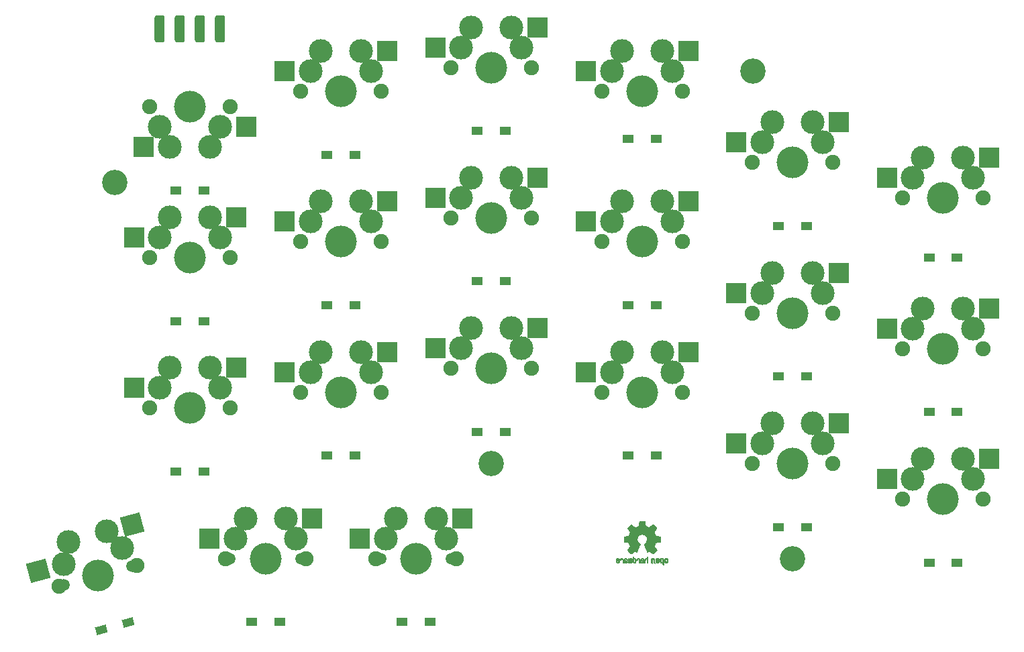
<source format=gbs>
%TF.GenerationSoftware,KiCad,Pcbnew,7.0.2-0*%
%TF.CreationDate,2023-05-11T11:12:18+08:00*%
%TF.ProjectId,Input,496e7075-742e-46b6-9963-61645f706362,1*%
%TF.SameCoordinates,PX7bfa480PY6052340*%
%TF.FileFunction,Soldermask,Bot*%
%TF.FilePolarity,Negative*%
%FSLAX46Y46*%
G04 Gerber Fmt 4.6, Leading zero omitted, Abs format (unit mm)*
G04 Created by KiCad (PCBNEW 7.0.2-0) date 2023-05-11 11:12:18*
%MOMM*%
%LPD*%
G01*
G04 APERTURE LIST*
G04 Aperture macros list*
%AMRoundRect*
0 Rectangle with rounded corners*
0 $1 Rounding radius*
0 $2 $3 $4 $5 $6 $7 $8 $9 X,Y pos of 4 corners*
0 Add a 4 corners polygon primitive as box body*
4,1,4,$2,$3,$4,$5,$6,$7,$8,$9,$2,$3,0*
0 Add four circle primitives for the rounded corners*
1,1,$1+$1,$2,$3*
1,1,$1+$1,$4,$5*
1,1,$1+$1,$6,$7*
1,1,$1+$1,$8,$9*
0 Add four rect primitives between the rounded corners*
20,1,$1+$1,$2,$3,$4,$5,0*
20,1,$1+$1,$4,$5,$6,$7,0*
20,1,$1+$1,$6,$7,$8,$9,0*
20,1,$1+$1,$8,$9,$2,$3,0*%
%AMRotRect*
0 Rectangle, with rotation*
0 The origin of the aperture is its center*
0 $1 length*
0 $2 width*
0 $3 Rotation angle, in degrees counterclockwise*
0 Add horizontal line*
21,1,$1,$2,0,0,$3*%
G04 Aperture macros list end*
%ADD10C,0.010000*%
%ADD11C,1.900000*%
%ADD12C,3.000000*%
%ADD13C,4.000000*%
%ADD14R,2.550000X2.500000*%
%ADD15C,3.200000*%
%ADD16RoundRect,0.317500X0.317500X1.397000X-0.317500X1.397000X-0.317500X-1.397000X0.317500X-1.397000X0*%
%ADD17R,1.400000X1.000000*%
%ADD18C,1.500000*%
%ADD19RotRect,2.550000X2.500000X15.000000*%
%ADD20RotRect,1.400000X1.000000X195.000000*%
G04 APERTURE END LIST*
%TO.C,REF\u002A\u002A*%
D10*
X54482829Y-37951097D02*
X54542753Y-37973355D01*
X54567673Y-37990080D01*
X54592910Y-38014043D01*
X54610912Y-38044526D01*
X54622858Y-38086023D01*
X54629930Y-38143032D01*
X54633308Y-38220047D01*
X54634171Y-38321565D01*
X54634002Y-38374027D01*
X54633153Y-38445715D01*
X54631711Y-38502925D01*
X54629814Y-38540809D01*
X54627597Y-38554514D01*
X54613172Y-38549981D01*
X54584054Y-38537670D01*
X54583181Y-38537272D01*
X54568060Y-38529356D01*
X54557891Y-38518495D01*
X54551691Y-38499471D01*
X54548478Y-38467069D01*
X54547270Y-38416071D01*
X54547086Y-38341261D01*
X54546714Y-38293804D01*
X54542750Y-38204615D01*
X54533673Y-38139287D01*
X54518524Y-38094393D01*
X54496345Y-38066507D01*
X54466175Y-38052203D01*
X54461990Y-38051206D01*
X54405480Y-38050427D01*
X54361410Y-38075744D01*
X54330972Y-38126502D01*
X54325544Y-38141175D01*
X54313171Y-38173649D01*
X54306905Y-38188572D01*
X54294036Y-38186516D01*
X54265933Y-38175357D01*
X54239721Y-38156927D01*
X54227771Y-38122098D01*
X54231336Y-38097151D01*
X54253235Y-38046547D01*
X54288644Y-37999128D01*
X54330052Y-37966334D01*
X54347400Y-37958752D01*
X54413089Y-37946076D01*
X54482829Y-37951097D01*
G36*
X54482829Y-37951097D02*
G01*
X54542753Y-37973355D01*
X54567673Y-37990080D01*
X54592910Y-38014043D01*
X54610912Y-38044526D01*
X54622858Y-38086023D01*
X54629930Y-38143032D01*
X54633308Y-38220047D01*
X54634171Y-38321565D01*
X54634002Y-38374027D01*
X54633153Y-38445715D01*
X54631711Y-38502925D01*
X54629814Y-38540809D01*
X54627597Y-38554514D01*
X54613172Y-38549981D01*
X54584054Y-38537670D01*
X54583181Y-38537272D01*
X54568060Y-38529356D01*
X54557891Y-38518495D01*
X54551691Y-38499471D01*
X54548478Y-38467069D01*
X54547270Y-38416071D01*
X54547086Y-38341261D01*
X54546714Y-38293804D01*
X54542750Y-38204615D01*
X54533673Y-38139287D01*
X54518524Y-38094393D01*
X54496345Y-38066507D01*
X54466175Y-38052203D01*
X54461990Y-38051206D01*
X54405480Y-38050427D01*
X54361410Y-38075744D01*
X54330972Y-38126502D01*
X54325544Y-38141175D01*
X54313171Y-38173649D01*
X54306905Y-38188572D01*
X54294036Y-38186516D01*
X54265933Y-38175357D01*
X54239721Y-38156927D01*
X54227771Y-38122098D01*
X54231336Y-38097151D01*
X54253235Y-38046547D01*
X54288644Y-37999128D01*
X54330052Y-37966334D01*
X54347400Y-37958752D01*
X54413089Y-37946076D01*
X54482829Y-37951097D01*
G37*
X58431020Y-37917822D02*
X58498810Y-37949680D01*
X58554366Y-38004770D01*
X58565881Y-38022016D01*
X58575432Y-38041562D01*
X58582206Y-38066198D01*
X58586819Y-38100711D01*
X58589888Y-38149889D01*
X58592029Y-38218519D01*
X58593859Y-38311389D01*
X58598404Y-38569007D01*
X58560225Y-38554491D01*
X58525268Y-38541156D01*
X58499097Y-38528323D01*
X58482013Y-38511780D01*
X58472086Y-38486465D01*
X58467386Y-38447316D01*
X58465982Y-38389268D01*
X58465943Y-38307261D01*
X58465744Y-38241895D01*
X58464559Y-38179173D01*
X58461729Y-38136334D01*
X58456609Y-38108220D01*
X58448553Y-38089675D01*
X58436914Y-38075543D01*
X58408303Y-38055600D01*
X58360239Y-38048083D01*
X58312688Y-38067079D01*
X58309550Y-38069511D01*
X58299769Y-38080748D01*
X58292553Y-38098770D01*
X58287299Y-38128026D01*
X58283402Y-38172962D01*
X58280256Y-38238028D01*
X58277257Y-38327670D01*
X58270000Y-38567697D01*
X58208314Y-38540044D01*
X58146629Y-38512391D01*
X58146629Y-38293246D01*
X58146884Y-38233711D01*
X58149086Y-38150892D01*
X58154661Y-38089227D01*
X58164941Y-38043748D01*
X58181258Y-38009484D01*
X58204943Y-37981466D01*
X58237328Y-37954723D01*
X58283907Y-37927780D01*
X58357287Y-37910191D01*
X58431020Y-37917822D01*
G36*
X58431020Y-37917822D02*
G01*
X58498810Y-37949680D01*
X58554366Y-38004770D01*
X58565881Y-38022016D01*
X58575432Y-38041562D01*
X58582206Y-38066198D01*
X58586819Y-38100711D01*
X58589888Y-38149889D01*
X58592029Y-38218519D01*
X58593859Y-38311389D01*
X58598404Y-38569007D01*
X58560225Y-38554491D01*
X58525268Y-38541156D01*
X58499097Y-38528323D01*
X58482013Y-38511780D01*
X58472086Y-38486465D01*
X58467386Y-38447316D01*
X58465982Y-38389268D01*
X58465943Y-38307261D01*
X58465744Y-38241895D01*
X58464559Y-38179173D01*
X58461729Y-38136334D01*
X58456609Y-38108220D01*
X58448553Y-38089675D01*
X58436914Y-38075543D01*
X58408303Y-38055600D01*
X58360239Y-38048083D01*
X58312688Y-38067079D01*
X58309550Y-38069511D01*
X58299769Y-38080748D01*
X58292553Y-38098770D01*
X58287299Y-38128026D01*
X58283402Y-38172962D01*
X58280256Y-38238028D01*
X58277257Y-38327670D01*
X58270000Y-38567697D01*
X58208314Y-38540044D01*
X58146629Y-38512391D01*
X58146629Y-38293246D01*
X58146884Y-38233711D01*
X58149086Y-38150892D01*
X58154661Y-38089227D01*
X58164941Y-38043748D01*
X58181258Y-38009484D01*
X58204943Y-37981466D01*
X58237328Y-37954723D01*
X58283907Y-37927780D01*
X58357287Y-37910191D01*
X58431020Y-37917822D01*
G37*
X56607691Y-37966467D02*
X56612273Y-37969003D01*
X56649704Y-37998057D01*
X56683170Y-38035410D01*
X56689007Y-38043852D01*
X56700165Y-38063553D01*
X56708136Y-38086935D01*
X56713618Y-38119067D01*
X56717307Y-38165019D01*
X56719899Y-38229859D01*
X56722092Y-38318657D01*
X56722402Y-38333669D01*
X56723400Y-38430999D01*
X56721994Y-38499934D01*
X56718164Y-38540948D01*
X56711889Y-38554514D01*
X56692898Y-38550452D01*
X56660638Y-38538144D01*
X56653041Y-38534545D01*
X56641176Y-38526398D01*
X56632994Y-38513004D01*
X56627643Y-38489608D01*
X56624269Y-38451455D01*
X56622019Y-38393790D01*
X56620040Y-38311857D01*
X56619498Y-38287907D01*
X56617403Y-38212266D01*
X56614683Y-38159328D01*
X56610515Y-38124075D01*
X56604079Y-38101487D01*
X56594550Y-38086544D01*
X56581106Y-38074227D01*
X56541305Y-38052634D01*
X56492341Y-38048476D01*
X56448529Y-38064999D01*
X56417008Y-38099210D01*
X56404914Y-38148114D01*
X56404578Y-38161407D01*
X56397972Y-38185472D01*
X56378470Y-38189144D01*
X56340283Y-38174813D01*
X56331438Y-38170217D01*
X56307534Y-38143186D01*
X56307061Y-38102994D01*
X56329836Y-38047409D01*
X56350727Y-38017117D01*
X56404142Y-37974084D01*
X56470074Y-37949755D01*
X56540574Y-37946443D01*
X56607691Y-37966467D01*
G36*
X56607691Y-37966467D02*
G01*
X56612273Y-37969003D01*
X56649704Y-37998057D01*
X56683170Y-38035410D01*
X56689007Y-38043852D01*
X56700165Y-38063553D01*
X56708136Y-38086935D01*
X56713618Y-38119067D01*
X56717307Y-38165019D01*
X56719899Y-38229859D01*
X56722092Y-38318657D01*
X56722402Y-38333669D01*
X56723400Y-38430999D01*
X56721994Y-38499934D01*
X56718164Y-38540948D01*
X56711889Y-38554514D01*
X56692898Y-38550452D01*
X56660638Y-38538144D01*
X56653041Y-38534545D01*
X56641176Y-38526398D01*
X56632994Y-38513004D01*
X56627643Y-38489608D01*
X56624269Y-38451455D01*
X56622019Y-38393790D01*
X56620040Y-38311857D01*
X56619498Y-38287907D01*
X56617403Y-38212266D01*
X56614683Y-38159328D01*
X56610515Y-38124075D01*
X56604079Y-38101487D01*
X56594550Y-38086544D01*
X56581106Y-38074227D01*
X56541305Y-38052634D01*
X56492341Y-38048476D01*
X56448529Y-38064999D01*
X56417008Y-38099210D01*
X56404914Y-38148114D01*
X56404578Y-38161407D01*
X56397972Y-38185472D01*
X56378470Y-38189144D01*
X56340283Y-38174813D01*
X56331438Y-38170217D01*
X56307534Y-38143186D01*
X56307061Y-38102994D01*
X56329836Y-38047409D01*
X56350727Y-38017117D01*
X56404142Y-37974084D01*
X56470074Y-37949755D01*
X56540574Y-37946443D01*
X56607691Y-37966467D01*
G37*
X57678543Y-37749444D02*
X57725714Y-37769342D01*
X57725714Y-38166509D01*
X57725519Y-38269498D01*
X57724998Y-38362141D01*
X57724199Y-38440700D01*
X57723172Y-38501439D01*
X57721963Y-38540623D01*
X57720623Y-38554514D01*
X57720099Y-38554468D01*
X57702287Y-38549420D01*
X57669823Y-38538580D01*
X57624114Y-38522646D01*
X57624114Y-38318173D01*
X57623824Y-38237832D01*
X57622474Y-38179562D01*
X57619369Y-38139909D01*
X57613812Y-38113618D01*
X57605107Y-38095436D01*
X57592556Y-38080107D01*
X57583999Y-38071955D01*
X57537728Y-38049375D01*
X57486728Y-38051375D01*
X57439993Y-38078073D01*
X57433189Y-38084698D01*
X57422293Y-38098456D01*
X57414836Y-38116642D01*
X57410169Y-38144177D01*
X57407642Y-38185981D01*
X57406602Y-38246973D01*
X57406400Y-38332073D01*
X57406303Y-38375234D01*
X57405674Y-38446224D01*
X57404556Y-38503076D01*
X57403063Y-38540828D01*
X57401309Y-38554514D01*
X57400785Y-38554468D01*
X57382973Y-38549420D01*
X57350509Y-38538580D01*
X57304800Y-38522646D01*
X57304823Y-38317237D01*
X57304857Y-38298951D01*
X57306778Y-38203626D01*
X57312678Y-38131543D01*
X57324001Y-38077813D01*
X57342187Y-38037549D01*
X57368679Y-38005861D01*
X57404918Y-37977861D01*
X57440263Y-37960333D01*
X57496773Y-37946785D01*
X57552356Y-37946015D01*
X57595086Y-37959195D01*
X57598298Y-37961015D01*
X57608205Y-37960820D01*
X57614975Y-37945572D01*
X57619861Y-37910613D01*
X57624114Y-37851289D01*
X57631371Y-37729547D01*
X57678543Y-37749444D01*
G36*
X57678543Y-37749444D02*
G01*
X57725714Y-37769342D01*
X57725714Y-38166509D01*
X57725519Y-38269498D01*
X57724998Y-38362141D01*
X57724199Y-38440700D01*
X57723172Y-38501439D01*
X57721963Y-38540623D01*
X57720623Y-38554514D01*
X57720099Y-38554468D01*
X57702287Y-38549420D01*
X57669823Y-38538580D01*
X57624114Y-38522646D01*
X57624114Y-38318173D01*
X57623824Y-38237832D01*
X57622474Y-38179562D01*
X57619369Y-38139909D01*
X57613812Y-38113618D01*
X57605107Y-38095436D01*
X57592556Y-38080107D01*
X57583999Y-38071955D01*
X57537728Y-38049375D01*
X57486728Y-38051375D01*
X57439993Y-38078073D01*
X57433189Y-38084698D01*
X57422293Y-38098456D01*
X57414836Y-38116642D01*
X57410169Y-38144177D01*
X57407642Y-38185981D01*
X57406602Y-38246973D01*
X57406400Y-38332073D01*
X57406303Y-38375234D01*
X57405674Y-38446224D01*
X57404556Y-38503076D01*
X57403063Y-38540828D01*
X57401309Y-38554514D01*
X57400785Y-38554468D01*
X57382973Y-38549420D01*
X57350509Y-38538580D01*
X57304800Y-38522646D01*
X57304823Y-38317237D01*
X57304857Y-38298951D01*
X57306778Y-38203626D01*
X57312678Y-38131543D01*
X57324001Y-38077813D01*
X57342187Y-38037549D01*
X57368679Y-38005861D01*
X57404918Y-37977861D01*
X57440263Y-37960333D01*
X57496773Y-37946785D01*
X57552356Y-37946015D01*
X57595086Y-37959195D01*
X57598298Y-37961015D01*
X57608205Y-37960820D01*
X57614975Y-37945572D01*
X57619861Y-37910613D01*
X57624114Y-37851289D01*
X57631371Y-37729547D01*
X57678543Y-37749444D01*
G37*
X55653941Y-37949282D02*
X55685774Y-37961758D01*
X55722743Y-37978602D01*
X55722743Y-38465196D01*
X55676812Y-38511127D01*
X55666320Y-38521427D01*
X55637255Y-38544320D01*
X55607943Y-38551735D01*
X55564326Y-38548321D01*
X55546568Y-38546114D01*
X55500767Y-38541445D01*
X55468743Y-38539585D01*
X55459244Y-38539869D01*
X55420274Y-38542948D01*
X55373160Y-38548321D01*
X55358085Y-38550168D01*
X55320110Y-38550893D01*
X55292325Y-38539429D01*
X55260674Y-38511127D01*
X55214743Y-38465196D01*
X55214743Y-38205055D01*
X55215101Y-38128180D01*
X55216216Y-38054886D01*
X55217952Y-37996850D01*
X55220167Y-37958663D01*
X55222721Y-37944914D01*
X55223256Y-37944951D01*
X55241808Y-37951793D01*
X55273153Y-37966868D01*
X55315608Y-37988822D01*
X55319604Y-38217240D01*
X55323600Y-38445657D01*
X55410686Y-38445657D01*
X55414657Y-38195286D01*
X55415916Y-38127227D01*
X55417718Y-38054482D01*
X55419671Y-37996730D01*
X55421612Y-37958648D01*
X55423377Y-37944914D01*
X55423885Y-37944962D01*
X55441482Y-37950015D01*
X55473834Y-37960849D01*
X55519543Y-37976783D01*
X55519765Y-38196706D01*
X55519988Y-38234909D01*
X55521531Y-38309146D01*
X55524292Y-38371145D01*
X55527977Y-38415308D01*
X55532292Y-38436041D01*
X55547732Y-38447131D01*
X55579241Y-38450556D01*
X55613886Y-38445657D01*
X55617857Y-38195286D01*
X55619278Y-38131663D01*
X55622225Y-38056356D01*
X55626079Y-37997286D01*
X55630542Y-37958718D01*
X55635317Y-37944914D01*
X55653941Y-37949282D01*
G36*
X55653941Y-37949282D02*
G01*
X55685774Y-37961758D01*
X55722743Y-37978602D01*
X55722743Y-38465196D01*
X55676812Y-38511127D01*
X55666320Y-38521427D01*
X55637255Y-38544320D01*
X55607943Y-38551735D01*
X55564326Y-38548321D01*
X55546568Y-38546114D01*
X55500767Y-38541445D01*
X55468743Y-38539585D01*
X55459244Y-38539869D01*
X55420274Y-38542948D01*
X55373160Y-38548321D01*
X55358085Y-38550168D01*
X55320110Y-38550893D01*
X55292325Y-38539429D01*
X55260674Y-38511127D01*
X55214743Y-38465196D01*
X55214743Y-38205055D01*
X55215101Y-38128180D01*
X55216216Y-38054886D01*
X55217952Y-37996850D01*
X55220167Y-37958663D01*
X55222721Y-37944914D01*
X55223256Y-37944951D01*
X55241808Y-37951793D01*
X55273153Y-37966868D01*
X55315608Y-37988822D01*
X55319604Y-38217240D01*
X55323600Y-38445657D01*
X55410686Y-38445657D01*
X55414657Y-38195286D01*
X55415916Y-38127227D01*
X55417718Y-38054482D01*
X55419671Y-37996730D01*
X55421612Y-37958648D01*
X55423377Y-37944914D01*
X55423885Y-37944962D01*
X55441482Y-37950015D01*
X55473834Y-37960849D01*
X55519543Y-37976783D01*
X55519765Y-38196706D01*
X55519988Y-38234909D01*
X55521531Y-38309146D01*
X55524292Y-38371145D01*
X55527977Y-38415308D01*
X55532292Y-38436041D01*
X55547732Y-38447131D01*
X55579241Y-38450556D01*
X55613886Y-38445657D01*
X55617857Y-38195286D01*
X55619278Y-38131663D01*
X55622225Y-38056356D01*
X55626079Y-37997286D01*
X55630542Y-37958718D01*
X55635317Y-37944914D01*
X55653941Y-37949282D01*
G37*
X60265714Y-38235200D02*
X60265701Y-38250935D01*
X60264914Y-38321119D01*
X60262210Y-38370022D01*
X60256606Y-38404178D01*
X60247119Y-38430124D01*
X60232768Y-38454397D01*
X60229237Y-38459433D01*
X60191878Y-38499143D01*
X60149311Y-38529092D01*
X60127452Y-38538810D01*
X60048908Y-38555020D01*
X59971231Y-38544535D01*
X59899645Y-38508707D01*
X59839374Y-38448887D01*
X59834286Y-38440873D01*
X59817730Y-38394342D01*
X59806573Y-38329552D01*
X59801160Y-38254727D01*
X59801768Y-38185513D01*
X59948248Y-38185513D01*
X59949402Y-38281399D01*
X59949866Y-38287569D01*
X59956629Y-38340478D01*
X59968671Y-38374029D01*
X59989005Y-38397016D01*
X60023097Y-38418548D01*
X60056814Y-38419680D01*
X60091543Y-38394857D01*
X60097584Y-38388325D01*
X60109417Y-38368779D01*
X60116404Y-38340386D01*
X60119727Y-38296430D01*
X60120571Y-38230192D01*
X60119125Y-38168150D01*
X60111907Y-38109042D01*
X60097006Y-38071686D01*
X60072636Y-38052152D01*
X60037008Y-38046514D01*
X60023440Y-38047635D01*
X59985430Y-38068194D01*
X59960312Y-38114299D01*
X59948248Y-38185513D01*
X59801768Y-38185513D01*
X59801833Y-38178096D01*
X59808937Y-38107882D01*
X59822815Y-38052312D01*
X59840649Y-38015301D01*
X59890855Y-37957733D01*
X59958885Y-37921962D01*
X60042158Y-37909665D01*
X60064398Y-37910331D01*
X60129891Y-37923947D01*
X60183687Y-37958249D01*
X60233057Y-38017338D01*
X60235995Y-38021722D01*
X60249287Y-38045299D01*
X60257932Y-38071949D01*
X60262904Y-38108159D01*
X60265174Y-38160413D01*
X60265678Y-38230192D01*
X60265714Y-38235200D01*
G36*
X60265714Y-38235200D02*
G01*
X60265701Y-38250935D01*
X60264914Y-38321119D01*
X60262210Y-38370022D01*
X60256606Y-38404178D01*
X60247119Y-38430124D01*
X60232768Y-38454397D01*
X60229237Y-38459433D01*
X60191878Y-38499143D01*
X60149311Y-38529092D01*
X60127452Y-38538810D01*
X60048908Y-38555020D01*
X59971231Y-38544535D01*
X59899645Y-38508707D01*
X59839374Y-38448887D01*
X59834286Y-38440873D01*
X59817730Y-38394342D01*
X59806573Y-38329552D01*
X59801160Y-38254727D01*
X59801768Y-38185513D01*
X59948248Y-38185513D01*
X59949402Y-38281399D01*
X59949866Y-38287569D01*
X59956629Y-38340478D01*
X59968671Y-38374029D01*
X59989005Y-38397016D01*
X60023097Y-38418548D01*
X60056814Y-38419680D01*
X60091543Y-38394857D01*
X60097584Y-38388325D01*
X60109417Y-38368779D01*
X60116404Y-38340386D01*
X60119727Y-38296430D01*
X60120571Y-38230192D01*
X60119125Y-38168150D01*
X60111907Y-38109042D01*
X60097006Y-38071686D01*
X60072636Y-38052152D01*
X60037008Y-38046514D01*
X60023440Y-38047635D01*
X59985430Y-38068194D01*
X59960312Y-38114299D01*
X59948248Y-38185513D01*
X59801768Y-38185513D01*
X59801833Y-38178096D01*
X59808937Y-38107882D01*
X59822815Y-38052312D01*
X59840649Y-38015301D01*
X59890855Y-37957733D01*
X59958885Y-37921962D01*
X60042158Y-37909665D01*
X60064398Y-37910331D01*
X60129891Y-37923947D01*
X60183687Y-37958249D01*
X60233057Y-38017338D01*
X60235995Y-38021722D01*
X60249287Y-38045299D01*
X60257932Y-38071949D01*
X60262904Y-38108159D01*
X60265174Y-38160413D01*
X60265678Y-38230192D01*
X60265714Y-38235200D01*
G37*
X54140590Y-38252622D02*
X54140307Y-38291305D01*
X54136762Y-38367521D01*
X54127483Y-38423294D01*
X54110375Y-38464613D01*
X54083344Y-38497467D01*
X54044292Y-38527846D01*
X54019445Y-38541660D01*
X53979615Y-38550965D01*
X53923665Y-38550230D01*
X53892385Y-38547283D01*
X53854653Y-38538283D01*
X53824494Y-38518720D01*
X53789408Y-38482267D01*
X53784720Y-38476943D01*
X53753177Y-38435969D01*
X53738128Y-38400283D01*
X53734286Y-38357966D01*
X53734286Y-38295779D01*
X53777742Y-38312182D01*
X53809424Y-38331356D01*
X53836962Y-38376347D01*
X53842711Y-38390752D01*
X53874855Y-38431546D01*
X53918611Y-38452081D01*
X53966254Y-38450235D01*
X54010057Y-38423886D01*
X54025111Y-38407455D01*
X54038763Y-38382667D01*
X54034493Y-38360144D01*
X54009916Y-38336964D01*
X53962651Y-38310202D01*
X53890314Y-38276934D01*
X53741543Y-38211816D01*
X53737595Y-38147308D01*
X53739079Y-38106220D01*
X53836010Y-38106220D01*
X53843368Y-38131657D01*
X53876848Y-38158814D01*
X53937614Y-38189714D01*
X53947669Y-38194190D01*
X53995751Y-38215017D01*
X54031726Y-38229665D01*
X54048444Y-38235200D01*
X54050977Y-38231126D01*
X54051993Y-38206247D01*
X54048369Y-38166257D01*
X54039242Y-38127152D01*
X54010773Y-38077884D01*
X53969678Y-38050122D01*
X53920590Y-38046364D01*
X53868144Y-38069109D01*
X53853609Y-38080481D01*
X53836010Y-38106220D01*
X53739079Y-38106220D01*
X53739338Y-38099064D01*
X53761281Y-38038096D01*
X53788979Y-38004497D01*
X53846405Y-37966966D01*
X53914527Y-37948006D01*
X53984947Y-37949507D01*
X54049267Y-37973355D01*
X54063426Y-37982513D01*
X54095904Y-38010849D01*
X54118116Y-38046695D01*
X54131804Y-38095384D01*
X54138715Y-38162249D01*
X54139628Y-38206247D01*
X54140590Y-38252622D01*
G36*
X54140590Y-38252622D02*
G01*
X54140307Y-38291305D01*
X54136762Y-38367521D01*
X54127483Y-38423294D01*
X54110375Y-38464613D01*
X54083344Y-38497467D01*
X54044292Y-38527846D01*
X54019445Y-38541660D01*
X53979615Y-38550965D01*
X53923665Y-38550230D01*
X53892385Y-38547283D01*
X53854653Y-38538283D01*
X53824494Y-38518720D01*
X53789408Y-38482267D01*
X53784720Y-38476943D01*
X53753177Y-38435969D01*
X53738128Y-38400283D01*
X53734286Y-38357966D01*
X53734286Y-38295779D01*
X53777742Y-38312182D01*
X53809424Y-38331356D01*
X53836962Y-38376347D01*
X53842711Y-38390752D01*
X53874855Y-38431546D01*
X53918611Y-38452081D01*
X53966254Y-38450235D01*
X54010057Y-38423886D01*
X54025111Y-38407455D01*
X54038763Y-38382667D01*
X54034493Y-38360144D01*
X54009916Y-38336964D01*
X53962651Y-38310202D01*
X53890314Y-38276934D01*
X53741543Y-38211816D01*
X53737595Y-38147308D01*
X53739079Y-38106220D01*
X53836010Y-38106220D01*
X53843368Y-38131657D01*
X53876848Y-38158814D01*
X53937614Y-38189714D01*
X53947669Y-38194190D01*
X53995751Y-38215017D01*
X54031726Y-38229665D01*
X54048444Y-38235200D01*
X54050977Y-38231126D01*
X54051993Y-38206247D01*
X54048369Y-38166257D01*
X54039242Y-38127152D01*
X54010773Y-38077884D01*
X53969678Y-38050122D01*
X53920590Y-38046364D01*
X53868144Y-38069109D01*
X53853609Y-38080481D01*
X53836010Y-38106220D01*
X53739079Y-38106220D01*
X53739338Y-38099064D01*
X53761281Y-38038096D01*
X53788979Y-38004497D01*
X53846405Y-37966966D01*
X53914527Y-37948006D01*
X53984947Y-37949507D01*
X54049267Y-37973355D01*
X54063426Y-37982513D01*
X54095904Y-38010849D01*
X54118116Y-38046695D01*
X54131804Y-38095384D01*
X54138715Y-38162249D01*
X54139628Y-38206247D01*
X54140590Y-38252622D01*
G37*
X56230698Y-38249714D02*
X56229537Y-38306313D01*
X56221345Y-38383462D01*
X56203519Y-38441276D01*
X56173975Y-38485422D01*
X56130625Y-38521568D01*
X56089332Y-38542463D01*
X56019987Y-38554090D01*
X55950736Y-38541377D01*
X55888145Y-38505945D01*
X55838779Y-38449418D01*
X55832818Y-38438995D01*
X55824945Y-38420733D01*
X55819106Y-38397429D01*
X55814999Y-38365085D01*
X55812325Y-38319704D01*
X55810781Y-38257287D01*
X55810734Y-38251748D01*
X55911429Y-38251748D01*
X55911772Y-38304577D01*
X55913942Y-38352362D01*
X55919307Y-38383209D01*
X55929217Y-38403935D01*
X55945021Y-38421356D01*
X55948724Y-38424705D01*
X55996299Y-38449419D01*
X56046635Y-38446890D01*
X56093517Y-38417288D01*
X56107477Y-38401953D01*
X56119160Y-38381622D01*
X56125686Y-38353514D01*
X56128524Y-38310550D01*
X56129143Y-38245647D01*
X56128837Y-38196122D01*
X56126722Y-38147782D01*
X56121390Y-38116587D01*
X56111460Y-38095647D01*
X56095550Y-38078073D01*
X56086204Y-38070159D01*
X56037776Y-38048843D01*
X55987040Y-38052198D01*
X55942987Y-38080107D01*
X55933504Y-38091173D01*
X55921939Y-38112009D01*
X55915252Y-38141106D01*
X55912173Y-38185381D01*
X55911429Y-38251748D01*
X55810734Y-38251748D01*
X55810067Y-38173837D01*
X55809883Y-38065358D01*
X55809829Y-37728601D01*
X55857000Y-37748362D01*
X55869472Y-37753770D01*
X55889324Y-37765985D01*
X55900687Y-37784482D01*
X55906933Y-37816829D01*
X55911429Y-37870593D01*
X55915535Y-37918866D01*
X55920963Y-37950557D01*
X55928739Y-37962383D01*
X55940457Y-37959212D01*
X55970318Y-37948067D01*
X56023684Y-37945304D01*
X56081093Y-37955625D01*
X56130625Y-37977861D01*
X56157876Y-37998443D01*
X56192865Y-38038600D01*
X56215274Y-38090086D01*
X56227190Y-38158568D01*
X56230542Y-38245647D01*
X56230698Y-38249714D01*
G36*
X56230698Y-38249714D02*
G01*
X56229537Y-38306313D01*
X56221345Y-38383462D01*
X56203519Y-38441276D01*
X56173975Y-38485422D01*
X56130625Y-38521568D01*
X56089332Y-38542463D01*
X56019987Y-38554090D01*
X55950736Y-38541377D01*
X55888145Y-38505945D01*
X55838779Y-38449418D01*
X55832818Y-38438995D01*
X55824945Y-38420733D01*
X55819106Y-38397429D01*
X55814999Y-38365085D01*
X55812325Y-38319704D01*
X55810781Y-38257287D01*
X55810734Y-38251748D01*
X55911429Y-38251748D01*
X55911772Y-38304577D01*
X55913942Y-38352362D01*
X55919307Y-38383209D01*
X55929217Y-38403935D01*
X55945021Y-38421356D01*
X55948724Y-38424705D01*
X55996299Y-38449419D01*
X56046635Y-38446890D01*
X56093517Y-38417288D01*
X56107477Y-38401953D01*
X56119160Y-38381622D01*
X56125686Y-38353514D01*
X56128524Y-38310550D01*
X56129143Y-38245647D01*
X56128837Y-38196122D01*
X56126722Y-38147782D01*
X56121390Y-38116587D01*
X56111460Y-38095647D01*
X56095550Y-38078073D01*
X56086204Y-38070159D01*
X56037776Y-38048843D01*
X55987040Y-38052198D01*
X55942987Y-38080107D01*
X55933504Y-38091173D01*
X55921939Y-38112009D01*
X55915252Y-38141106D01*
X55912173Y-38185381D01*
X55911429Y-38251748D01*
X55810734Y-38251748D01*
X55810067Y-38173837D01*
X55809883Y-38065358D01*
X55809829Y-37728601D01*
X55857000Y-37748362D01*
X55869472Y-37753770D01*
X55889324Y-37765985D01*
X55900687Y-37784482D01*
X55906933Y-37816829D01*
X55911429Y-37870593D01*
X55915535Y-37918866D01*
X55920963Y-37950557D01*
X55928739Y-37962383D01*
X55940457Y-37959212D01*
X55970318Y-37948067D01*
X56023684Y-37945304D01*
X56081093Y-37955625D01*
X56130625Y-37977861D01*
X56157876Y-37998443D01*
X56192865Y-38038600D01*
X56215274Y-38090086D01*
X56227190Y-38158568D01*
X56230542Y-38245647D01*
X56230698Y-38249714D01*
G37*
X59162299Y-38194055D02*
X59157684Y-38304078D01*
X59155078Y-38327387D01*
X59135660Y-38410352D01*
X59100573Y-38473448D01*
X59047212Y-38521808D01*
X59044196Y-38523804D01*
X58976362Y-38552185D01*
X58905535Y-38554711D01*
X58837289Y-38533097D01*
X58777196Y-38489062D01*
X58730829Y-38424322D01*
X58730050Y-38422761D01*
X58714643Y-38382558D01*
X58703357Y-38336866D01*
X58697370Y-38293972D01*
X58697861Y-38262160D01*
X58706007Y-38249714D01*
X58713244Y-38250471D01*
X58747851Y-38264235D01*
X58787078Y-38289546D01*
X58820448Y-38318845D01*
X58837483Y-38344572D01*
X58855192Y-38379471D01*
X58891485Y-38411212D01*
X58933630Y-38423886D01*
X58949077Y-38420221D01*
X58979569Y-38401774D01*
X59006128Y-38376166D01*
X59017486Y-38352934D01*
X59017482Y-38352848D01*
X59004596Y-38342179D01*
X58970241Y-38322933D01*
X58919593Y-38297813D01*
X58857829Y-38269524D01*
X58857489Y-38269374D01*
X58790388Y-38239498D01*
X58745411Y-38217973D01*
X58718145Y-38201437D01*
X58704178Y-38186531D01*
X58699097Y-38169893D01*
X58698490Y-38148162D01*
X58702712Y-38107013D01*
X58846000Y-38107013D01*
X58860791Y-38119949D01*
X58897644Y-38139333D01*
X58898725Y-38139881D01*
X58942205Y-38160587D01*
X58981102Y-38177105D01*
X59005778Y-38184093D01*
X59015676Y-38174753D01*
X59017486Y-38142748D01*
X59009966Y-38102915D01*
X58983897Y-38066717D01*
X58946154Y-38047950D01*
X58904077Y-38049845D01*
X58865005Y-38075632D01*
X58849647Y-38093451D01*
X58846000Y-38107013D01*
X58702712Y-38107013D01*
X58703833Y-38096086D01*
X58730251Y-38025335D01*
X58774473Y-37969735D01*
X58831697Y-37931239D01*
X58897120Y-37911797D01*
X58965937Y-37913359D01*
X59033347Y-37937878D01*
X59094544Y-37987302D01*
X59128450Y-38036212D01*
X59152806Y-38106027D01*
X59156767Y-38142748D01*
X59162299Y-38194055D01*
G36*
X59162299Y-38194055D02*
G01*
X59157684Y-38304078D01*
X59155078Y-38327387D01*
X59135660Y-38410352D01*
X59100573Y-38473448D01*
X59047212Y-38521808D01*
X59044196Y-38523804D01*
X58976362Y-38552185D01*
X58905535Y-38554711D01*
X58837289Y-38533097D01*
X58777196Y-38489062D01*
X58730829Y-38424322D01*
X58730050Y-38422761D01*
X58714643Y-38382558D01*
X58703357Y-38336866D01*
X58697370Y-38293972D01*
X58697861Y-38262160D01*
X58706007Y-38249714D01*
X58713244Y-38250471D01*
X58747851Y-38264235D01*
X58787078Y-38289546D01*
X58820448Y-38318845D01*
X58837483Y-38344572D01*
X58855192Y-38379471D01*
X58891485Y-38411212D01*
X58933630Y-38423886D01*
X58949077Y-38420221D01*
X58979569Y-38401774D01*
X59006128Y-38376166D01*
X59017486Y-38352934D01*
X59017482Y-38352848D01*
X59004596Y-38342179D01*
X58970241Y-38322933D01*
X58919593Y-38297813D01*
X58857829Y-38269524D01*
X58857489Y-38269374D01*
X58790388Y-38239498D01*
X58745411Y-38217973D01*
X58718145Y-38201437D01*
X58704178Y-38186531D01*
X58699097Y-38169893D01*
X58698490Y-38148162D01*
X58702712Y-38107013D01*
X58846000Y-38107013D01*
X58860791Y-38119949D01*
X58897644Y-38139333D01*
X58898725Y-38139881D01*
X58942205Y-38160587D01*
X58981102Y-38177105D01*
X59005778Y-38184093D01*
X59015676Y-38174753D01*
X59017486Y-38142748D01*
X59009966Y-38102915D01*
X58983897Y-38066717D01*
X58946154Y-38047950D01*
X58904077Y-38049845D01*
X58865005Y-38075632D01*
X58849647Y-38093451D01*
X58846000Y-38107013D01*
X58702712Y-38107013D01*
X58703833Y-38096086D01*
X58730251Y-38025335D01*
X58774473Y-37969735D01*
X58831697Y-37931239D01*
X58897120Y-37911797D01*
X58965937Y-37913359D01*
X59033347Y-37937878D01*
X59094544Y-37987302D01*
X59128450Y-38036212D01*
X59152806Y-38106027D01*
X59156767Y-38142748D01*
X59162299Y-38194055D01*
G37*
X57089483Y-37960569D02*
X57139376Y-37989661D01*
X57161325Y-38012327D01*
X57203504Y-38080082D01*
X57217714Y-38153950D01*
X57217714Y-38204770D01*
X57170999Y-38185128D01*
X57138692Y-38165308D01*
X57113231Y-38124160D01*
X57110616Y-38115675D01*
X57082478Y-38072451D01*
X57040067Y-38049103D01*
X56991370Y-38048100D01*
X56944373Y-38071914D01*
X56937357Y-38078056D01*
X56913893Y-38104745D01*
X56910019Y-38128014D01*
X56927768Y-38150862D01*
X56969179Y-38176287D01*
X57036286Y-38207288D01*
X57040824Y-38209252D01*
X57115322Y-38243990D01*
X57166203Y-38274763D01*
X57197525Y-38305488D01*
X57213343Y-38340082D01*
X57217714Y-38382462D01*
X57211986Y-38429446D01*
X57183062Y-38489585D01*
X57132178Y-38532788D01*
X57095374Y-38545759D01*
X57043434Y-38552856D01*
X56992999Y-38551340D01*
X56956983Y-38540632D01*
X56953158Y-38537966D01*
X56942998Y-38519337D01*
X56950048Y-38486505D01*
X56962297Y-38460735D01*
X56981939Y-38450006D01*
X57019191Y-38450539D01*
X57070908Y-38447462D01*
X57104701Y-38426212D01*
X57116114Y-38386877D01*
X57116104Y-38385747D01*
X57109187Y-38362913D01*
X57085659Y-38341963D01*
X57039914Y-38317815D01*
X56977704Y-38288741D01*
X56936499Y-38272925D01*
X56912712Y-38273944D01*
X56901597Y-38294837D01*
X56898408Y-38338641D01*
X56898400Y-38408393D01*
X56898044Y-38451452D01*
X56896413Y-38504626D01*
X56893761Y-38541022D01*
X56890422Y-38554514D01*
X56889530Y-38554423D01*
X56870237Y-38547110D01*
X56838284Y-38531678D01*
X56794124Y-38508842D01*
X56799371Y-38303078D01*
X56799736Y-38289432D01*
X56803904Y-38193651D01*
X56811268Y-38121462D01*
X56823330Y-38068058D01*
X56841593Y-38028633D01*
X56867560Y-37998380D01*
X56902733Y-37972493D01*
X56903384Y-37972087D01*
X56960256Y-37950968D01*
X57026033Y-37947400D01*
X57089483Y-37960569D01*
G36*
X57089483Y-37960569D02*
G01*
X57139376Y-37989661D01*
X57161325Y-38012327D01*
X57203504Y-38080082D01*
X57217714Y-38153950D01*
X57217714Y-38204770D01*
X57170999Y-38185128D01*
X57138692Y-38165308D01*
X57113231Y-38124160D01*
X57110616Y-38115675D01*
X57082478Y-38072451D01*
X57040067Y-38049103D01*
X56991370Y-38048100D01*
X56944373Y-38071914D01*
X56937357Y-38078056D01*
X56913893Y-38104745D01*
X56910019Y-38128014D01*
X56927768Y-38150862D01*
X56969179Y-38176287D01*
X57036286Y-38207288D01*
X57040824Y-38209252D01*
X57115322Y-38243990D01*
X57166203Y-38274763D01*
X57197525Y-38305488D01*
X57213343Y-38340082D01*
X57217714Y-38382462D01*
X57211986Y-38429446D01*
X57183062Y-38489585D01*
X57132178Y-38532788D01*
X57095374Y-38545759D01*
X57043434Y-38552856D01*
X56992999Y-38551340D01*
X56956983Y-38540632D01*
X56953158Y-38537966D01*
X56942998Y-38519337D01*
X56950048Y-38486505D01*
X56962297Y-38460735D01*
X56981939Y-38450006D01*
X57019191Y-38450539D01*
X57070908Y-38447462D01*
X57104701Y-38426212D01*
X57116114Y-38386877D01*
X57116104Y-38385747D01*
X57109187Y-38362913D01*
X57085659Y-38341963D01*
X57039914Y-38317815D01*
X56977704Y-38288741D01*
X56936499Y-38272925D01*
X56912712Y-38273944D01*
X56901597Y-38294837D01*
X56898408Y-38338641D01*
X56898400Y-38408393D01*
X56898044Y-38451452D01*
X56896413Y-38504626D01*
X56893761Y-38541022D01*
X56890422Y-38554514D01*
X56889530Y-38554423D01*
X56870237Y-38547110D01*
X56838284Y-38531678D01*
X56794124Y-38508842D01*
X56799371Y-38303078D01*
X56799736Y-38289432D01*
X56803904Y-38193651D01*
X56811268Y-38121462D01*
X56823330Y-38068058D01*
X56841593Y-38028633D01*
X56867560Y-37998380D01*
X56902733Y-37972493D01*
X56903384Y-37972087D01*
X56960256Y-37950968D01*
X57026033Y-37947400D01*
X57089483Y-37960569D01*
G37*
X59709815Y-38301524D02*
X59711252Y-38413000D01*
X59711651Y-38445339D01*
X59712929Y-38553455D01*
X59713185Y-38636186D01*
X59711634Y-38696426D01*
X59707490Y-38737073D01*
X59699964Y-38761023D01*
X59688271Y-38771171D01*
X59671624Y-38770414D01*
X59649236Y-38761648D01*
X59620321Y-38747769D01*
X59614142Y-38744808D01*
X59588413Y-38730311D01*
X59574976Y-38713065D01*
X59569834Y-38684308D01*
X59568990Y-38635283D01*
X59568952Y-38547257D01*
X59478276Y-38547257D01*
X59422498Y-38544815D01*
X59378640Y-38534908D01*
X59342218Y-38514886D01*
X59339503Y-38512929D01*
X59302546Y-38479869D01*
X59276826Y-38439931D01*
X59260606Y-38387657D01*
X59252148Y-38317588D01*
X59250083Y-38238430D01*
X59394857Y-38238430D01*
X59394882Y-38251697D01*
X59396261Y-38311584D01*
X59400687Y-38350732D01*
X59409461Y-38376153D01*
X59423886Y-38394857D01*
X59424784Y-38395750D01*
X59460237Y-38419952D01*
X59494596Y-38417567D01*
X59533403Y-38388260D01*
X59542895Y-38378244D01*
X59556876Y-38357708D01*
X59564760Y-38330997D01*
X59568245Y-38290499D01*
X59569029Y-38228603D01*
X59568350Y-38191130D01*
X59560983Y-38122980D01*
X59544168Y-38078330D01*
X59516234Y-38053926D01*
X59475509Y-38046514D01*
X59458350Y-38048094D01*
X59428660Y-38063766D01*
X59409031Y-38098691D01*
X59398188Y-38155901D01*
X59394857Y-38238430D01*
X59250083Y-38238430D01*
X59249714Y-38224267D01*
X59250253Y-38156169D01*
X59252707Y-38104587D01*
X59258158Y-38068816D01*
X59267686Y-38042015D01*
X59282371Y-38017338D01*
X59295852Y-37998480D01*
X59344799Y-37947568D01*
X59400256Y-37919918D01*
X59469928Y-37911165D01*
X59549664Y-37919890D01*
X59618595Y-37951185D01*
X59673113Y-38006381D01*
X59677223Y-38012224D01*
X59686808Y-38027753D01*
X59694151Y-38045498D01*
X59699612Y-38069290D01*
X59703550Y-38102958D01*
X59706323Y-38150333D01*
X59708292Y-38215245D01*
X59708528Y-38228603D01*
X59709815Y-38301524D01*
G36*
X59709815Y-38301524D02*
G01*
X59711252Y-38413000D01*
X59711651Y-38445339D01*
X59712929Y-38553455D01*
X59713185Y-38636186D01*
X59711634Y-38696426D01*
X59707490Y-38737073D01*
X59699964Y-38761023D01*
X59688271Y-38771171D01*
X59671624Y-38770414D01*
X59649236Y-38761648D01*
X59620321Y-38747769D01*
X59614142Y-38744808D01*
X59588413Y-38730311D01*
X59574976Y-38713065D01*
X59569834Y-38684308D01*
X59568990Y-38635283D01*
X59568952Y-38547257D01*
X59478276Y-38547257D01*
X59422498Y-38544815D01*
X59378640Y-38534908D01*
X59342218Y-38514886D01*
X59339503Y-38512929D01*
X59302546Y-38479869D01*
X59276826Y-38439931D01*
X59260606Y-38387657D01*
X59252148Y-38317588D01*
X59250083Y-38238430D01*
X59394857Y-38238430D01*
X59394882Y-38251697D01*
X59396261Y-38311584D01*
X59400687Y-38350732D01*
X59409461Y-38376153D01*
X59423886Y-38394857D01*
X59424784Y-38395750D01*
X59460237Y-38419952D01*
X59494596Y-38417567D01*
X59533403Y-38388260D01*
X59542895Y-38378244D01*
X59556876Y-38357708D01*
X59564760Y-38330997D01*
X59568245Y-38290499D01*
X59569029Y-38228603D01*
X59568350Y-38191130D01*
X59560983Y-38122980D01*
X59544168Y-38078330D01*
X59516234Y-38053926D01*
X59475509Y-38046514D01*
X59458350Y-38048094D01*
X59428660Y-38063766D01*
X59409031Y-38098691D01*
X59398188Y-38155901D01*
X59394857Y-38238430D01*
X59250083Y-38238430D01*
X59249714Y-38224267D01*
X59250253Y-38156169D01*
X59252707Y-38104587D01*
X59258158Y-38068816D01*
X59267686Y-38042015D01*
X59282371Y-38017338D01*
X59295852Y-37998480D01*
X59344799Y-37947568D01*
X59400256Y-37919918D01*
X59469928Y-37911165D01*
X59549664Y-37919890D01*
X59618595Y-37951185D01*
X59673113Y-38006381D01*
X59677223Y-38012224D01*
X59686808Y-38027753D01*
X59694151Y-38045498D01*
X59699612Y-38069290D01*
X59703550Y-38102958D01*
X59706323Y-38150333D01*
X59708292Y-38215245D01*
X59708528Y-38228603D01*
X59709815Y-38301524D01*
G37*
X54967495Y-37946220D02*
X54998599Y-37954121D01*
X55027559Y-37973817D01*
X55064831Y-38010484D01*
X55088801Y-38036378D01*
X55113770Y-38069997D01*
X55125031Y-38101506D01*
X55127657Y-38141485D01*
X55127657Y-38206917D01*
X55083035Y-38183842D01*
X55047673Y-38155724D01*
X55023451Y-38117848D01*
X55019291Y-38107551D01*
X54987594Y-38067637D01*
X54943554Y-38047624D01*
X54895531Y-38049572D01*
X54851886Y-38075543D01*
X54833420Y-38096635D01*
X54822663Y-38123619D01*
X54834178Y-38147634D01*
X54869981Y-38171791D01*
X54932090Y-38199199D01*
X54941515Y-38202985D01*
X54998058Y-38227759D01*
X55046580Y-38252189D01*
X55077451Y-38271486D01*
X55108371Y-38305953D01*
X55128927Y-38360957D01*
X55126744Y-38419983D01*
X55102424Y-38475845D01*
X55056568Y-38521355D01*
X55019438Y-38540727D01*
X54947711Y-38554292D01*
X54907852Y-38552462D01*
X54870953Y-38542568D01*
X54856797Y-38521806D01*
X54862091Y-38487613D01*
X54863631Y-38483092D01*
X54875842Y-38459116D01*
X54896174Y-38450042D01*
X54934908Y-38450649D01*
X54962257Y-38451474D01*
X54994257Y-38444392D01*
X55016182Y-38423219D01*
X55028670Y-38397152D01*
X55030062Y-38369845D01*
X55029998Y-38369685D01*
X55013807Y-38354930D01*
X54979155Y-38333457D01*
X54934321Y-38309458D01*
X54887582Y-38287125D01*
X54847217Y-38270652D01*
X54821504Y-38264229D01*
X54817679Y-38270518D01*
X54812864Y-38300115D01*
X54809566Y-38348447D01*
X54808343Y-38409372D01*
X54808058Y-38451542D01*
X54806718Y-38504653D01*
X54804528Y-38541025D01*
X54801769Y-38554514D01*
X54787344Y-38549981D01*
X54758226Y-38537670D01*
X54721257Y-38520826D01*
X54721257Y-38304721D01*
X54721493Y-38249327D01*
X54723729Y-38165207D01*
X54729423Y-38102800D01*
X54739903Y-38057358D01*
X54756497Y-38024133D01*
X54780531Y-37998378D01*
X54813333Y-37975344D01*
X54855124Y-37956335D01*
X54932287Y-37944914D01*
X54967495Y-37946220D01*
G36*
X54967495Y-37946220D02*
G01*
X54998599Y-37954121D01*
X55027559Y-37973817D01*
X55064831Y-38010484D01*
X55088801Y-38036378D01*
X55113770Y-38069997D01*
X55125031Y-38101506D01*
X55127657Y-38141485D01*
X55127657Y-38206917D01*
X55083035Y-38183842D01*
X55047673Y-38155724D01*
X55023451Y-38117848D01*
X55019291Y-38107551D01*
X54987594Y-38067637D01*
X54943554Y-38047624D01*
X54895531Y-38049572D01*
X54851886Y-38075543D01*
X54833420Y-38096635D01*
X54822663Y-38123619D01*
X54834178Y-38147634D01*
X54869981Y-38171791D01*
X54932090Y-38199199D01*
X54941515Y-38202985D01*
X54998058Y-38227759D01*
X55046580Y-38252189D01*
X55077451Y-38271486D01*
X55108371Y-38305953D01*
X55128927Y-38360957D01*
X55126744Y-38419983D01*
X55102424Y-38475845D01*
X55056568Y-38521355D01*
X55019438Y-38540727D01*
X54947711Y-38554292D01*
X54907852Y-38552462D01*
X54870953Y-38542568D01*
X54856797Y-38521806D01*
X54862091Y-38487613D01*
X54863631Y-38483092D01*
X54875842Y-38459116D01*
X54896174Y-38450042D01*
X54934908Y-38450649D01*
X54962257Y-38451474D01*
X54994257Y-38444392D01*
X55016182Y-38423219D01*
X55028670Y-38397152D01*
X55030062Y-38369845D01*
X55029998Y-38369685D01*
X55013807Y-38354930D01*
X54979155Y-38333457D01*
X54934321Y-38309458D01*
X54887582Y-38287125D01*
X54847217Y-38270652D01*
X54821504Y-38264229D01*
X54817679Y-38270518D01*
X54812864Y-38300115D01*
X54809566Y-38348447D01*
X54808343Y-38409372D01*
X54808058Y-38451542D01*
X54806718Y-38504653D01*
X54804528Y-38541025D01*
X54801769Y-38554514D01*
X54787344Y-38549981D01*
X54758226Y-38537670D01*
X54721257Y-38520826D01*
X54721257Y-38304721D01*
X54721493Y-38249327D01*
X54723729Y-38165207D01*
X54729423Y-38102800D01*
X54739903Y-38057358D01*
X54756497Y-38024133D01*
X54780531Y-37998378D01*
X54813333Y-37975344D01*
X54855124Y-37956335D01*
X54932287Y-37944914D01*
X54967495Y-37946220D01*
G37*
X57113933Y-33242371D02*
X57189856Y-33242865D01*
X57244491Y-33244135D01*
X57281500Y-33246547D01*
X57304547Y-33250467D01*
X57317296Y-33256262D01*
X57323411Y-33264299D01*
X57326556Y-33274943D01*
X57326646Y-33275325D01*
X57331814Y-33300347D01*
X57341209Y-33348681D01*
X57353867Y-33415260D01*
X57368825Y-33495014D01*
X57385119Y-33582875D01*
X57386448Y-33590064D01*
X57402691Y-33675340D01*
X57417805Y-33750242D01*
X57430808Y-33810219D01*
X57440715Y-33850717D01*
X57446544Y-33867184D01*
X57446575Y-33867210D01*
X57464943Y-33876320D01*
X57502640Y-33891457D01*
X57551543Y-33909358D01*
X57554297Y-33910330D01*
X57616817Y-33933959D01*
X57689543Y-33963595D01*
X57757294Y-33993062D01*
X57868703Y-34043626D01*
X58115399Y-33875160D01*
X58132775Y-33863311D01*
X58207202Y-33812947D01*
X58273614Y-33768612D01*
X58328039Y-33732916D01*
X58366506Y-33708471D01*
X58385042Y-33697889D01*
X58397743Y-33700315D01*
X58426579Y-33719110D01*
X58471143Y-33756330D01*
X58532670Y-33813020D01*
X58612398Y-33890227D01*
X58619532Y-33897255D01*
X58682796Y-33960222D01*
X58738990Y-34017268D01*
X58784677Y-34064817D01*
X58816414Y-34099297D01*
X58830764Y-34117131D01*
X58830810Y-34117217D01*
X58832633Y-34130795D01*
X58825910Y-34152820D01*
X58808946Y-34186304D01*
X58780044Y-34234261D01*
X58737508Y-34299704D01*
X58679644Y-34385645D01*
X58669783Y-34400151D01*
X58619913Y-34473635D01*
X58575905Y-34538687D01*
X58540380Y-34591417D01*
X58515959Y-34627936D01*
X58505264Y-34644356D01*
X58504458Y-34647834D01*
X58509518Y-34673785D01*
X58524677Y-34716159D01*
X58547463Y-34767728D01*
X58578429Y-34835170D01*
X58613004Y-34915195D01*
X58642366Y-34987629D01*
X58649645Y-35006377D01*
X58668710Y-35054246D01*
X58682715Y-35087596D01*
X58689041Y-35100114D01*
X58696025Y-35101050D01*
X58727413Y-35106461D01*
X58778787Y-35115806D01*
X58844802Y-35128069D01*
X58920113Y-35142232D01*
X58999375Y-35157280D01*
X59077243Y-35172195D01*
X59148370Y-35185961D01*
X59207412Y-35197562D01*
X59249022Y-35205980D01*
X59267857Y-35210199D01*
X59270980Y-35211389D01*
X59278591Y-35217805D01*
X59284254Y-35231465D01*
X59288251Y-35255999D01*
X59290866Y-35295038D01*
X59292384Y-35352213D01*
X59293086Y-35431154D01*
X59293257Y-35535492D01*
X59293257Y-35852799D01*
X59217057Y-35867839D01*
X59207840Y-35869642D01*
X59158891Y-35878980D01*
X59091205Y-35891669D01*
X59012478Y-35906273D01*
X58930400Y-35921355D01*
X58898078Y-35927422D01*
X58825855Y-35942181D01*
X58765666Y-35956137D01*
X58723040Y-35967952D01*
X58703510Y-35976287D01*
X58694660Y-35989905D01*
X58678548Y-36025938D01*
X58662065Y-36072572D01*
X58656263Y-36090034D01*
X58634906Y-36147358D01*
X58607359Y-36215201D01*
X58578107Y-36282355D01*
X58562463Y-36317430D01*
X58540174Y-36369822D01*
X58524857Y-36409058D01*
X58519162Y-36428563D01*
X58519478Y-36430036D01*
X58530281Y-36450729D01*
X58554638Y-36490665D01*
X58590081Y-36545972D01*
X58634136Y-36612781D01*
X58684332Y-36687220D01*
X58849501Y-36929623D01*
X58632503Y-37146983D01*
X58611516Y-37167899D01*
X58547342Y-37230505D01*
X58489990Y-37284495D01*
X58442820Y-37326826D01*
X58409192Y-37354457D01*
X58392467Y-37364343D01*
X58374303Y-37356821D01*
X58336265Y-37335227D01*
X58282726Y-37302151D01*
X58217884Y-37260191D01*
X58145940Y-37211943D01*
X58075275Y-37164291D01*
X58011526Y-37122328D01*
X57959513Y-37089165D01*
X57923279Y-37067378D01*
X57906867Y-37059543D01*
X57905905Y-37059614D01*
X57884103Y-37067338D01*
X57845440Y-37085323D01*
X57797612Y-37110013D01*
X57797110Y-37110284D01*
X57733587Y-37142099D01*
X57690060Y-37157642D01*
X57663052Y-37157685D01*
X57649090Y-37143000D01*
X57643180Y-37128544D01*
X57627229Y-37089831D01*
X57602660Y-37030316D01*
X57570779Y-36953165D01*
X57532893Y-36861541D01*
X57490310Y-36758607D01*
X57444337Y-36647526D01*
X57402667Y-36546472D01*
X57360268Y-36442780D01*
X57322756Y-36350119D01*
X57291388Y-36271642D01*
X57267425Y-36210500D01*
X57252123Y-36169843D01*
X57246743Y-36152825D01*
X57257018Y-36137219D01*
X57285563Y-36111162D01*
X57325971Y-36080887D01*
X57422979Y-36001684D01*
X57509793Y-35900475D01*
X57573322Y-35789116D01*
X57613177Y-35670893D01*
X57628965Y-35549095D01*
X57620296Y-35427010D01*
X57586778Y-35307925D01*
X57528021Y-35195129D01*
X57443632Y-35091911D01*
X57399631Y-35051713D01*
X57294211Y-34980638D01*
X57181410Y-34934301D01*
X57064525Y-34911599D01*
X56946853Y-34911428D01*
X56831690Y-34932687D01*
X56722335Y-34974270D01*
X56622083Y-35035076D01*
X56534233Y-35114001D01*
X56462080Y-35209941D01*
X56408922Y-35321795D01*
X56378057Y-35448457D01*
X56372392Y-35509507D01*
X56380185Y-35641776D01*
X56415284Y-35767266D01*
X56476649Y-35883759D01*
X56563243Y-35989039D01*
X56674029Y-36080887D01*
X56712931Y-36109930D01*
X56742104Y-36136272D01*
X56753257Y-36152800D01*
X56748810Y-36167209D01*
X56734378Y-36205815D01*
X56711173Y-36265201D01*
X56680452Y-36342215D01*
X56643474Y-36433703D01*
X56601496Y-36536516D01*
X56555778Y-36647502D01*
X56514178Y-36748072D01*
X56471222Y-36851947D01*
X56432829Y-36944819D01*
X56400305Y-37023525D01*
X56374958Y-37084899D01*
X56358095Y-37125779D01*
X56351025Y-37143000D01*
X56350943Y-37143204D01*
X56336798Y-37157745D01*
X56309659Y-37157579D01*
X56266023Y-37141927D01*
X56202388Y-37110013D01*
X56197379Y-37107326D01*
X56150125Y-37083150D01*
X56112811Y-37066037D01*
X56093133Y-37059543D01*
X56077005Y-37067218D01*
X56040959Y-37088871D01*
X55989092Y-37121928D01*
X55925445Y-37163810D01*
X55854060Y-37211943D01*
X55783724Y-37259131D01*
X55718670Y-37301267D01*
X55664820Y-37334578D01*
X55626374Y-37356469D01*
X55607534Y-37364343D01*
X55604325Y-37363343D01*
X55581954Y-37347584D01*
X55543733Y-37315033D01*
X55493021Y-37268733D01*
X55433181Y-37211726D01*
X55367571Y-37147058D01*
X55150648Y-36929772D01*
X55319601Y-36681253D01*
X55488553Y-36432733D01*
X55437183Y-36321595D01*
X55437031Y-36321266D01*
X55406183Y-36250418D01*
X55374661Y-36171523D01*
X55349266Y-36101600D01*
X55345423Y-36090322D01*
X55326047Y-36037967D01*
X55308574Y-35997283D01*
X55296388Y-35976287D01*
X55291426Y-35973322D01*
X55261634Y-35963375D01*
X55211047Y-35950505D01*
X55145194Y-35936053D01*
X55069600Y-35921355D01*
X55046957Y-35917210D01*
X54965038Y-35902116D01*
X54888600Y-35887899D01*
X54825337Y-35875995D01*
X54782943Y-35867839D01*
X54706743Y-35852799D01*
X54706743Y-35535492D01*
X54706760Y-35496476D01*
X54707082Y-35401292D01*
X54708033Y-35330255D01*
X54709896Y-35279734D01*
X54712955Y-35246098D01*
X54717494Y-35225718D01*
X54723795Y-35214962D01*
X54732143Y-35210199D01*
X54740224Y-35208270D01*
X54773172Y-35201445D01*
X54825736Y-35191022D01*
X54892569Y-35178018D01*
X54968328Y-35163449D01*
X55047665Y-35148333D01*
X55125237Y-35133685D01*
X55195698Y-35120523D01*
X55253702Y-35109863D01*
X55293904Y-35102721D01*
X55310959Y-35100114D01*
X55312112Y-35098541D01*
X55321385Y-35078119D01*
X55337432Y-35039045D01*
X55357635Y-34987629D01*
X55385672Y-34918353D01*
X55420186Y-34838290D01*
X55452538Y-34767728D01*
X55459952Y-34751889D01*
X55480755Y-34702293D01*
X55493219Y-34664038D01*
X55494863Y-34644356D01*
X55494015Y-34642962D01*
X55480548Y-34622420D01*
X55453850Y-34582516D01*
X55416539Y-34527140D01*
X55371234Y-34460177D01*
X55320552Y-34385517D01*
X55263445Y-34300692D01*
X55220607Y-34234800D01*
X55191460Y-34186478D01*
X55174317Y-34152733D01*
X55167495Y-34130572D01*
X55169306Y-34117002D01*
X55169915Y-34115984D01*
X55186297Y-34096210D01*
X55219695Y-34060175D01*
X55266671Y-34011451D01*
X55323786Y-33953612D01*
X55387603Y-33890227D01*
X55453802Y-33825905D01*
X55518648Y-33765447D01*
X55566299Y-33724655D01*
X55597990Y-33702484D01*
X55614958Y-33697889D01*
X55617175Y-33698921D01*
X55640524Y-33712837D01*
X55682912Y-33740030D01*
X55740369Y-33777889D01*
X55808923Y-33823803D01*
X55884601Y-33875160D01*
X56131298Y-34043626D01*
X56242706Y-33993062D01*
X56245943Y-33991597D01*
X56314343Y-33961965D01*
X56386907Y-33932493D01*
X56448457Y-33909358D01*
X56448729Y-33909262D01*
X56497595Y-33891367D01*
X56535212Y-33876253D01*
X56553457Y-33867184D01*
X56553752Y-33866855D01*
X56559946Y-33848282D01*
X56570139Y-33806045D01*
X56583348Y-33744696D01*
X56598590Y-33668789D01*
X56614881Y-33582875D01*
X56615449Y-33579796D01*
X56631713Y-33492128D01*
X56646608Y-33412741D01*
X56659171Y-33346701D01*
X56668438Y-33299079D01*
X56673444Y-33274943D01*
X56673764Y-33273605D01*
X56677060Y-33263273D01*
X56683738Y-33255506D01*
X56697462Y-33249940D01*
X56721895Y-33246207D01*
X56760702Y-33243942D01*
X56817546Y-33242778D01*
X56896090Y-33242348D01*
X57000000Y-33242286D01*
X57013056Y-33242286D01*
X57113933Y-33242371D01*
G36*
X57113933Y-33242371D02*
G01*
X57189856Y-33242865D01*
X57244491Y-33244135D01*
X57281500Y-33246547D01*
X57304547Y-33250467D01*
X57317296Y-33256262D01*
X57323411Y-33264299D01*
X57326556Y-33274943D01*
X57326646Y-33275325D01*
X57331814Y-33300347D01*
X57341209Y-33348681D01*
X57353867Y-33415260D01*
X57368825Y-33495014D01*
X57385119Y-33582875D01*
X57386448Y-33590064D01*
X57402691Y-33675340D01*
X57417805Y-33750242D01*
X57430808Y-33810219D01*
X57440715Y-33850717D01*
X57446544Y-33867184D01*
X57446575Y-33867210D01*
X57464943Y-33876320D01*
X57502640Y-33891457D01*
X57551543Y-33909358D01*
X57554297Y-33910330D01*
X57616817Y-33933959D01*
X57689543Y-33963595D01*
X57757294Y-33993062D01*
X57868703Y-34043626D01*
X58115399Y-33875160D01*
X58132775Y-33863311D01*
X58207202Y-33812947D01*
X58273614Y-33768612D01*
X58328039Y-33732916D01*
X58366506Y-33708471D01*
X58385042Y-33697889D01*
X58397743Y-33700315D01*
X58426579Y-33719110D01*
X58471143Y-33756330D01*
X58532670Y-33813020D01*
X58612398Y-33890227D01*
X58619532Y-33897255D01*
X58682796Y-33960222D01*
X58738990Y-34017268D01*
X58784677Y-34064817D01*
X58816414Y-34099297D01*
X58830764Y-34117131D01*
X58830810Y-34117217D01*
X58832633Y-34130795D01*
X58825910Y-34152820D01*
X58808946Y-34186304D01*
X58780044Y-34234261D01*
X58737508Y-34299704D01*
X58679644Y-34385645D01*
X58669783Y-34400151D01*
X58619913Y-34473635D01*
X58575905Y-34538687D01*
X58540380Y-34591417D01*
X58515959Y-34627936D01*
X58505264Y-34644356D01*
X58504458Y-34647834D01*
X58509518Y-34673785D01*
X58524677Y-34716159D01*
X58547463Y-34767728D01*
X58578429Y-34835170D01*
X58613004Y-34915195D01*
X58642366Y-34987629D01*
X58649645Y-35006377D01*
X58668710Y-35054246D01*
X58682715Y-35087596D01*
X58689041Y-35100114D01*
X58696025Y-35101050D01*
X58727413Y-35106461D01*
X58778787Y-35115806D01*
X58844802Y-35128069D01*
X58920113Y-35142232D01*
X58999375Y-35157280D01*
X59077243Y-35172195D01*
X59148370Y-35185961D01*
X59207412Y-35197562D01*
X59249022Y-35205980D01*
X59267857Y-35210199D01*
X59270980Y-35211389D01*
X59278591Y-35217805D01*
X59284254Y-35231465D01*
X59288251Y-35255999D01*
X59290866Y-35295038D01*
X59292384Y-35352213D01*
X59293086Y-35431154D01*
X59293257Y-35535492D01*
X59293257Y-35852799D01*
X59217057Y-35867839D01*
X59207840Y-35869642D01*
X59158891Y-35878980D01*
X59091205Y-35891669D01*
X59012478Y-35906273D01*
X58930400Y-35921355D01*
X58898078Y-35927422D01*
X58825855Y-35942181D01*
X58765666Y-35956137D01*
X58723040Y-35967952D01*
X58703510Y-35976287D01*
X58694660Y-35989905D01*
X58678548Y-36025938D01*
X58662065Y-36072572D01*
X58656263Y-36090034D01*
X58634906Y-36147358D01*
X58607359Y-36215201D01*
X58578107Y-36282355D01*
X58562463Y-36317430D01*
X58540174Y-36369822D01*
X58524857Y-36409058D01*
X58519162Y-36428563D01*
X58519478Y-36430036D01*
X58530281Y-36450729D01*
X58554638Y-36490665D01*
X58590081Y-36545972D01*
X58634136Y-36612781D01*
X58684332Y-36687220D01*
X58849501Y-36929623D01*
X58632503Y-37146983D01*
X58611516Y-37167899D01*
X58547342Y-37230505D01*
X58489990Y-37284495D01*
X58442820Y-37326826D01*
X58409192Y-37354457D01*
X58392467Y-37364343D01*
X58374303Y-37356821D01*
X58336265Y-37335227D01*
X58282726Y-37302151D01*
X58217884Y-37260191D01*
X58145940Y-37211943D01*
X58075275Y-37164291D01*
X58011526Y-37122328D01*
X57959513Y-37089165D01*
X57923279Y-37067378D01*
X57906867Y-37059543D01*
X57905905Y-37059614D01*
X57884103Y-37067338D01*
X57845440Y-37085323D01*
X57797612Y-37110013D01*
X57797110Y-37110284D01*
X57733587Y-37142099D01*
X57690060Y-37157642D01*
X57663052Y-37157685D01*
X57649090Y-37143000D01*
X57643180Y-37128544D01*
X57627229Y-37089831D01*
X57602660Y-37030316D01*
X57570779Y-36953165D01*
X57532893Y-36861541D01*
X57490310Y-36758607D01*
X57444337Y-36647526D01*
X57402667Y-36546472D01*
X57360268Y-36442780D01*
X57322756Y-36350119D01*
X57291388Y-36271642D01*
X57267425Y-36210500D01*
X57252123Y-36169843D01*
X57246743Y-36152825D01*
X57257018Y-36137219D01*
X57285563Y-36111162D01*
X57325971Y-36080887D01*
X57422979Y-36001684D01*
X57509793Y-35900475D01*
X57573322Y-35789116D01*
X57613177Y-35670893D01*
X57628965Y-35549095D01*
X57620296Y-35427010D01*
X57586778Y-35307925D01*
X57528021Y-35195129D01*
X57443632Y-35091911D01*
X57399631Y-35051713D01*
X57294211Y-34980638D01*
X57181410Y-34934301D01*
X57064525Y-34911599D01*
X56946853Y-34911428D01*
X56831690Y-34932687D01*
X56722335Y-34974270D01*
X56622083Y-35035076D01*
X56534233Y-35114001D01*
X56462080Y-35209941D01*
X56408922Y-35321795D01*
X56378057Y-35448457D01*
X56372392Y-35509507D01*
X56380185Y-35641776D01*
X56415284Y-35767266D01*
X56476649Y-35883759D01*
X56563243Y-35989039D01*
X56674029Y-36080887D01*
X56712931Y-36109930D01*
X56742104Y-36136272D01*
X56753257Y-36152800D01*
X56748810Y-36167209D01*
X56734378Y-36205815D01*
X56711173Y-36265201D01*
X56680452Y-36342215D01*
X56643474Y-36433703D01*
X56601496Y-36536516D01*
X56555778Y-36647502D01*
X56514178Y-36748072D01*
X56471222Y-36851947D01*
X56432829Y-36944819D01*
X56400305Y-37023525D01*
X56374958Y-37084899D01*
X56358095Y-37125779D01*
X56351025Y-37143000D01*
X56350943Y-37143204D01*
X56336798Y-37157745D01*
X56309659Y-37157579D01*
X56266023Y-37141927D01*
X56202388Y-37110013D01*
X56197379Y-37107326D01*
X56150125Y-37083150D01*
X56112811Y-37066037D01*
X56093133Y-37059543D01*
X56077005Y-37067218D01*
X56040959Y-37088871D01*
X55989092Y-37121928D01*
X55925445Y-37163810D01*
X55854060Y-37211943D01*
X55783724Y-37259131D01*
X55718670Y-37301267D01*
X55664820Y-37334578D01*
X55626374Y-37356469D01*
X55607534Y-37364343D01*
X55604325Y-37363343D01*
X55581954Y-37347584D01*
X55543733Y-37315033D01*
X55493021Y-37268733D01*
X55433181Y-37211726D01*
X55367571Y-37147058D01*
X55150648Y-36929772D01*
X55319601Y-36681253D01*
X55488553Y-36432733D01*
X55437183Y-36321595D01*
X55437031Y-36321266D01*
X55406183Y-36250418D01*
X55374661Y-36171523D01*
X55349266Y-36101600D01*
X55345423Y-36090322D01*
X55326047Y-36037967D01*
X55308574Y-35997283D01*
X55296388Y-35976287D01*
X55291426Y-35973322D01*
X55261634Y-35963375D01*
X55211047Y-35950505D01*
X55145194Y-35936053D01*
X55069600Y-35921355D01*
X55046957Y-35917210D01*
X54965038Y-35902116D01*
X54888600Y-35887899D01*
X54825337Y-35875995D01*
X54782943Y-35867839D01*
X54706743Y-35852799D01*
X54706743Y-35535492D01*
X54706760Y-35496476D01*
X54707082Y-35401292D01*
X54708033Y-35330255D01*
X54709896Y-35279734D01*
X54712955Y-35246098D01*
X54717494Y-35225718D01*
X54723795Y-35214962D01*
X54732143Y-35210199D01*
X54740224Y-35208270D01*
X54773172Y-35201445D01*
X54825736Y-35191022D01*
X54892569Y-35178018D01*
X54968328Y-35163449D01*
X55047665Y-35148333D01*
X55125237Y-35133685D01*
X55195698Y-35120523D01*
X55253702Y-35109863D01*
X55293904Y-35102721D01*
X55310959Y-35100114D01*
X55312112Y-35098541D01*
X55321385Y-35078119D01*
X55337432Y-35039045D01*
X55357635Y-34987629D01*
X55385672Y-34918353D01*
X55420186Y-34838290D01*
X55452538Y-34767728D01*
X55459952Y-34751889D01*
X55480755Y-34702293D01*
X55493219Y-34664038D01*
X55494863Y-34644356D01*
X55494015Y-34642962D01*
X55480548Y-34622420D01*
X55453850Y-34582516D01*
X55416539Y-34527140D01*
X55371234Y-34460177D01*
X55320552Y-34385517D01*
X55263445Y-34300692D01*
X55220607Y-34234800D01*
X55191460Y-34186478D01*
X55174317Y-34152733D01*
X55167495Y-34130572D01*
X55169306Y-34117002D01*
X55169915Y-34115984D01*
X55186297Y-34096210D01*
X55219695Y-34060175D01*
X55266671Y-34011451D01*
X55323786Y-33953612D01*
X55387603Y-33890227D01*
X55453802Y-33825905D01*
X55518648Y-33765447D01*
X55566299Y-33724655D01*
X55597990Y-33702484D01*
X55614958Y-33697889D01*
X55617175Y-33698921D01*
X55640524Y-33712837D01*
X55682912Y-33740030D01*
X55740369Y-33777889D01*
X55808923Y-33823803D01*
X55884601Y-33875160D01*
X56131298Y-34043626D01*
X56242706Y-33993062D01*
X56245943Y-33991597D01*
X56314343Y-33961965D01*
X56386907Y-33932493D01*
X56448457Y-33909358D01*
X56448729Y-33909262D01*
X56497595Y-33891367D01*
X56535212Y-33876253D01*
X56553457Y-33867184D01*
X56553752Y-33866855D01*
X56559946Y-33848282D01*
X56570139Y-33806045D01*
X56583348Y-33744696D01*
X56598590Y-33668789D01*
X56614881Y-33582875D01*
X56615449Y-33579796D01*
X56631713Y-33492128D01*
X56646608Y-33412741D01*
X56659171Y-33346701D01*
X56668438Y-33299079D01*
X56673444Y-33274943D01*
X56673764Y-33273605D01*
X56677060Y-33263273D01*
X56683738Y-33255506D01*
X56697462Y-33249940D01*
X56721895Y-33246207D01*
X56760702Y-33243942D01*
X56817546Y-33242778D01*
X56896090Y-33242348D01*
X57000000Y-33242286D01*
X57013056Y-33242286D01*
X57113933Y-33242371D01*
G37*
%TD*%
D11*
%TO.C,SW20*%
X13920000Y21000000D03*
D12*
X15190000Y23540000D03*
D13*
X19000000Y21000000D03*
D12*
X21540000Y26080000D03*
D11*
X24080000Y21000000D03*
D14*
X11915000Y23540000D03*
X24842000Y26080000D03*
%TD*%
D12*
%TO.C,SW17*%
X16460000Y26080000D03*
X22810000Y23540000D03*
%TD*%
D15*
%TO.C,H1*%
X38000000Y-26000000D03*
%TD*%
D12*
%TO.C,SW29*%
X16460000Y7080000D03*
X22810000Y4540000D03*
%TD*%
D11*
%TO.C,SW22*%
X51920000Y21000000D03*
D12*
X53190000Y23540000D03*
D13*
X57000000Y21000000D03*
D12*
X59540000Y26080000D03*
D11*
X62080000Y21000000D03*
D14*
X49915000Y23540000D03*
X62842000Y26080000D03*
%TD*%
D11*
%TO.C,SW44*%
X13920000Y-17000000D03*
D12*
X15190000Y-14460000D03*
D13*
X19000000Y-17000000D03*
D12*
X21540000Y-11920000D03*
D11*
X24080000Y-17000000D03*
D14*
X11915000Y-14460000D03*
X24842000Y-11920000D03*
%TD*%
D12*
%TO.C,SW15*%
X54460000Y26080000D03*
X60810000Y23540000D03*
%TD*%
D11*
%TO.C,SW36*%
X89920000Y-11500000D03*
D12*
X91190000Y-8960000D03*
D13*
X95000000Y-11500000D03*
D12*
X97540000Y-6420000D03*
D11*
X100080000Y-11500000D03*
D14*
X87915000Y-8960000D03*
X100842000Y-6420000D03*
%TD*%
D11*
%TO.C,SW34*%
X51920000Y2000000D03*
D12*
X53190000Y4540000D03*
D13*
X57000000Y2000000D03*
D12*
X59540000Y7080000D03*
D11*
X62080000Y2000000D03*
D14*
X49915000Y4540000D03*
X62842000Y7080000D03*
%TD*%
D12*
%TO.C,SW26*%
X73460000Y-1920000D03*
X79810000Y-4460000D03*
%TD*%
%TO.C,SW21*%
X35460000Y29080000D03*
X41810000Y26540000D03*
%TD*%
D11*
%TO.C,SW19*%
X5080000Y19040000D03*
D12*
X3810000Y16500000D03*
D13*
X0Y19040000D03*
D12*
X-2540000Y13960000D03*
D11*
X-5080000Y19040000D03*
D14*
X7085000Y16500000D03*
X-5842000Y13960000D03*
%TD*%
D11*
%TO.C,SW45*%
X32920000Y-14000000D03*
D12*
X34190000Y-11460000D03*
D13*
X38000000Y-14000000D03*
D12*
X40540000Y-8920000D03*
D11*
X43080000Y-14000000D03*
D14*
X30915000Y-11460000D03*
X43842000Y-8920000D03*
%TD*%
D12*
%TO.C,SW38*%
X73460000Y-20920000D03*
X79810000Y-23460000D03*
%TD*%
D11*
%TO.C,SW33*%
X32920000Y5000000D03*
D12*
X34190000Y7540000D03*
D13*
X38000000Y5000000D03*
D12*
X40540000Y10080000D03*
D11*
X43080000Y5000000D03*
D14*
X30915000Y7540000D03*
X43842000Y10080000D03*
%TD*%
D12*
%TO.C,SW27*%
X54460000Y7080000D03*
X60810000Y4540000D03*
%TD*%
D11*
%TO.C,SW24*%
X89920000Y7500000D03*
D12*
X91190000Y10040000D03*
D13*
X95000000Y7500000D03*
D12*
X97540000Y12580000D03*
D11*
X100080000Y7500000D03*
D14*
X87915000Y10040000D03*
X100842000Y12580000D03*
%TD*%
D11*
%TO.C,SW47*%
X70920000Y-26000000D03*
D12*
X72190000Y-23460000D03*
D13*
X76000000Y-26000000D03*
D12*
X78540000Y-20920000D03*
D11*
X81080000Y-26000000D03*
D14*
X68915000Y-23460000D03*
X81842000Y-20920000D03*
%TD*%
D12*
%TO.C,SW52*%
X25960000Y-32920000D03*
X32310000Y-35460000D03*
%TD*%
D11*
%TO.C,SW32*%
X13920000Y2000000D03*
D12*
X15190000Y4540000D03*
D13*
X19000000Y2000000D03*
D12*
X21540000Y7080000D03*
D11*
X24080000Y2000000D03*
D14*
X11915000Y4540000D03*
X24842000Y7080000D03*
%TD*%
D12*
%TO.C,SW13*%
X92460000Y12580000D03*
X98810000Y10040000D03*
%TD*%
D11*
%TO.C,SW35*%
X70920000Y-7000000D03*
D12*
X72190000Y-4460000D03*
D13*
X76000000Y-7000000D03*
D12*
X78540000Y-1920000D03*
D11*
X81080000Y-7000000D03*
D14*
X68915000Y-4460000D03*
X81842000Y-1920000D03*
%TD*%
D11*
%TO.C,SW43*%
X-5080000Y-19000000D03*
D12*
X-3810000Y-16460000D03*
D13*
X0Y-19000000D03*
D12*
X2540000Y-13920000D03*
D11*
X5080000Y-19000000D03*
D14*
X-7085000Y-16460000D03*
X5842000Y-13920000D03*
%TD*%
D11*
%TO.C,SW31*%
X-5080000Y0D03*
D12*
X-3810000Y2540000D03*
D13*
X0Y0D03*
D12*
X2540000Y5080000D03*
D11*
X5080000Y0D03*
D14*
X-7085000Y2540000D03*
X5842000Y5080000D03*
%TD*%
D12*
%TO.C,SW28*%
X35460000Y10080000D03*
X41810000Y7540000D03*
%TD*%
D15*
%TO.C,H2*%
X76000000Y-38000000D03*
%TD*%
D12*
%TO.C,SW42*%
X-2540000Y-13920000D03*
X3810000Y-16460000D03*
%TD*%
%TO.C,SW14*%
X73460000Y17080000D03*
X79810000Y14540000D03*
%TD*%
%TO.C,SW30*%
X-2540000Y5080000D03*
X3810000Y2540000D03*
%TD*%
D15*
%TO.C,H3*%
X71000000Y23500000D03*
%TD*%
D16*
%TO.C,J1*%
X-3810000Y28849000D03*
X-1270000Y28849000D03*
X1270000Y28849000D03*
X3810000Y28849000D03*
%TD*%
D12*
%TO.C,SW53*%
X6960000Y-32920000D03*
X13310000Y-35460000D03*
%TD*%
D15*
%TO.C,H4*%
X-9500000Y9500000D03*
%TD*%
D12*
%TO.C,SW18*%
X2540000Y13960000D03*
X-3810000Y16500000D03*
%TD*%
D11*
%TO.C,SW23*%
X70920000Y12000000D03*
D12*
X72190000Y14540000D03*
D13*
X76000000Y12000000D03*
D12*
X78540000Y17080000D03*
D11*
X81080000Y12000000D03*
D14*
X68915000Y14540000D03*
X81842000Y17080000D03*
%TD*%
D12*
%TO.C,SW40*%
X35460000Y-8920000D03*
X41810000Y-11460000D03*
%TD*%
%TO.C,SW41*%
X16460000Y-11920000D03*
X22810000Y-14460000D03*
%TD*%
D11*
%TO.C,SW48*%
X89920000Y-30500000D03*
D12*
X91190000Y-27960000D03*
D13*
X95000000Y-30500000D03*
D12*
X97540000Y-25420000D03*
D11*
X100080000Y-30500000D03*
D14*
X87915000Y-27960000D03*
X100842000Y-25420000D03*
%TD*%
D12*
%TO.C,SW39*%
X54460000Y-11920000D03*
X60810000Y-14460000D03*
%TD*%
D11*
%TO.C,SW46*%
X51920000Y-17000000D03*
D12*
X53190000Y-14460000D03*
D13*
X57000000Y-17000000D03*
D12*
X59540000Y-11920000D03*
D11*
X62080000Y-17000000D03*
D14*
X49915000Y-14460000D03*
X62842000Y-11920000D03*
%TD*%
D12*
%TO.C,SW25*%
X92460000Y-6420000D03*
X98810000Y-8960000D03*
%TD*%
D11*
%TO.C,SW16*%
X32920000Y24000000D03*
D12*
X34190000Y26540000D03*
D13*
X38000000Y24000000D03*
D12*
X40540000Y29080000D03*
D11*
X43080000Y24000000D03*
D14*
X30915000Y26540000D03*
X43842000Y29080000D03*
%TD*%
D12*
%TO.C,SW54*%
X-15403348Y-35885597D03*
X-8612319Y-36695548D03*
%TD*%
%TO.C,SW37*%
X92460000Y-25420000D03*
X98810000Y-27960000D03*
%TD*%
D17*
%TO.C,D47*%
X77775000Y-34000000D03*
X74225000Y-34000000D03*
%TD*%
%TO.C,D32*%
X20775000Y-6000000D03*
X17225000Y-6000000D03*
%TD*%
%TO.C,D56*%
X11275000Y-46000000D03*
X7725000Y-46000000D03*
%TD*%
%TO.C,D57*%
X30275000Y-46000000D03*
X26725000Y-46000000D03*
%TD*%
%TO.C,D23*%
X77775000Y4000000D03*
X74225000Y4000000D03*
%TD*%
%TO.C,D31*%
X1775000Y-8000000D03*
X-1775000Y-8000000D03*
%TD*%
%TO.C,D16*%
X36225000Y16000000D03*
X39775000Y16000000D03*
%TD*%
D11*
%TO.C,SW55*%
X-6728193Y-38820299D03*
D18*
X-7288430Y-38970414D03*
D12*
X-10496445Y-34570796D03*
D13*
X-11635096Y-40135100D03*
D12*
X-15972674Y-38667749D03*
D18*
X-15981762Y-41299786D03*
D11*
X-16541999Y-41449901D03*
D19*
X-19136081Y-39515381D03*
X-7306958Y-33716176D03*
%TD*%
D17*
%TO.C,D46*%
X58775000Y-25000000D03*
X55225000Y-25000000D03*
%TD*%
%TO.C,D44*%
X20775000Y-25000000D03*
X17225000Y-25000000D03*
%TD*%
%TO.C,D24*%
X96775000Y0D03*
X93225000Y0D03*
%TD*%
%TO.C,D35*%
X77775000Y-15000000D03*
X74225000Y-15000000D03*
%TD*%
%TO.C,D43*%
X1775000Y-27000000D03*
X-1775000Y-27000000D03*
%TD*%
%TO.C,D19*%
X1775000Y8500000D03*
X-1775000Y8500000D03*
%TD*%
%TO.C,D20*%
X20775000Y13000000D03*
X17225000Y13000000D03*
%TD*%
%TO.C,D33*%
X39775000Y-3000000D03*
X36225000Y-3000000D03*
%TD*%
%TO.C,D22*%
X58775000Y15000000D03*
X55225000Y15000000D03*
%TD*%
%TO.C,D45*%
X39775000Y-22000000D03*
X36225000Y-22000000D03*
%TD*%
%TO.C,D34*%
X58775000Y-6000000D03*
X55225000Y-6000000D03*
%TD*%
D11*
%TO.C,SW56*%
X14580004Y-38000000D03*
D18*
X14000004Y-38000000D03*
D12*
X12040004Y-32920000D03*
D13*
X9500004Y-38000000D03*
D12*
X5690004Y-35460000D03*
D18*
X5000004Y-38000000D03*
D11*
X4420004Y-38000000D03*
D14*
X2415004Y-35460000D03*
X15342004Y-32920000D03*
%TD*%
D20*
%TO.C,D55*%
X-7785482Y-46040596D03*
X-11214518Y-46959404D03*
%TD*%
D11*
%TO.C,SW57*%
X33580000Y-38000000D03*
D18*
X33000000Y-38000000D03*
D12*
X31040000Y-32920000D03*
D13*
X28500000Y-38000000D03*
D12*
X24690000Y-35460000D03*
D18*
X24000000Y-38000000D03*
D11*
X23420000Y-38000000D03*
D14*
X21415000Y-35460000D03*
X34342000Y-32920000D03*
%TD*%
D17*
%TO.C,D36*%
X96775000Y-19500000D03*
X93225000Y-19500000D03*
%TD*%
%TO.C,D48*%
X96775000Y-38500000D03*
X93225000Y-38500000D03*
%TD*%
M02*

</source>
